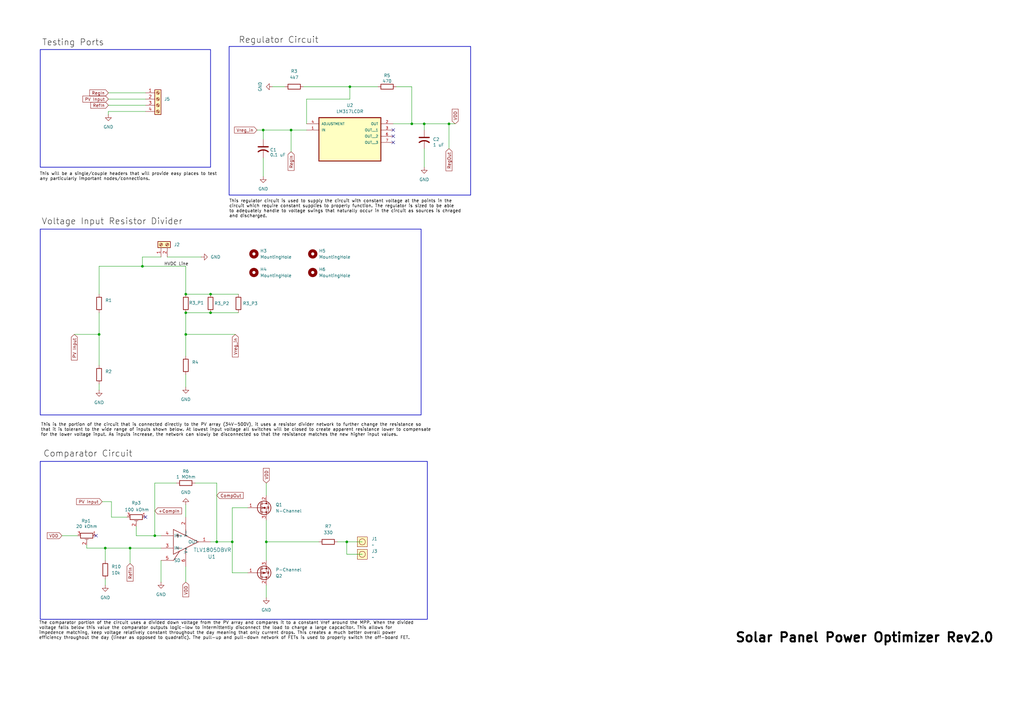
<source format=kicad_sch>
(kicad_sch (version 20250114) (generator "eeschema") (generator_version "9.0")
  (paper "A3")
  (lib_symbols
    (symbol "Connector:Screw_Terminal_01x02" (pin_names (offset 1.016) (hide yes))
      (property "Reference" "J" (at 0 2.54 0))
      (property "Value" "Screw_Terminal_01x02" (at 0 -5.08 0))
      (symbol "Screw_Terminal_01x02_1_1"
        (rectangle (start -1.27 1.27) (end 1.27 -3.81) (stroke (width 0.254)) (fill (type background)))
        (polyline (pts (xy -0.5334 0.3302) (xy 0.3302 -0.508)) (stroke (width 0.1524)))
        (polyline (pts (xy -0.5334 -2.2098) (xy 0.3302 -3.048)) (stroke (width 0.1524)))
        (polyline (pts (xy -0.3556 0.508) (xy 0.508 -0.3302)) (stroke (width 0.1524)))
        (polyline (pts (xy -0.3556 -2.032) (xy 0.508 -2.8702)) (stroke (width 0.1524)))
        (circle (center 0 0) (radius 0.635) (stroke (width 0.1524)))
        (circle (center 0 -2.54) (radius 0.635) (stroke (width 0.1524)))
        (pin passive line (at -5.08 0 0) (length 3.81) (name "Pin_1") (number "1"))
        (pin passive line (at -5.08 -2.54 0) (length 3.81) (name "Pin_2") (number "2"))
      )
    )
    (symbol "Connector:Screw_Terminal_01x04" (pin_names (offset 1.016) (hide yes))
      (property "Reference" "J" (at 0 5.08 0))
      (property "Value" "Screw_Terminal_01x04" (at 0 -7.62 0))
      (symbol "Screw_Terminal_01x04_1_1"
        (rectangle (start -1.27 3.81) (end 1.27 -6.35) (stroke (width 0.254)) (fill (type background)))
        (polyline (pts (xy -0.5334 2.8702) (xy 0.3302 2.032)) (stroke (width 0.1524)))
        (polyline (pts (xy -0.5334 0.3302) (xy 0.3302 -0.508)) (stroke (width 0.1524)))
        (polyline (pts (xy -0.5334 -2.2098) (xy 0.3302 -3.048)) (stroke (width 0.1524)))
        (polyline (pts (xy -0.5334 -4.7498) (xy 0.3302 -5.588)) (stroke (width 0.1524)))
        (polyline (pts (xy -0.3556 3.048) (xy 0.508 2.2098)) (stroke (width 0.1524)))
        (polyline (pts (xy -0.3556 0.508) (xy 0.508 -0.3302)) (stroke (width 0.1524)))
        (polyline (pts (xy -0.3556 -2.032) (xy 0.508 -2.8702)) (stroke (width 0.1524)))
        (polyline (pts (xy -0.3556 -4.572) (xy 0.508 -5.4102)) (stroke (width 0.1524)))
        (circle (center 0 2.54) (radius 0.635) (stroke (width 0.1524)))
        (circle (center 0 0) (radius 0.635) (stroke (width 0.1524)))
        (circle (center 0 -2.54) (radius 0.635) (stroke (width 0.1524)))
        (circle (center 0 -5.08) (radius 0.635) (stroke (width 0.1524)))
        (pin passive line (at -5.08 2.54 0) (length 3.81) (name "Pin_1") (number "1"))
        (pin passive line (at -5.08 0 0) (length 3.81) (name "Pin_2") (number "2"))
        (pin passive line (at -5.08 -2.54 0) (length 3.81) (name "Pin_3") (number "3"))
        (pin passive line (at -5.08 -5.08 0) (length 3.81) (name "Pin_4") (number "4"))
      )
    )
    (symbol "Device:C_US" (pin_numbers (hide yes)) (pin_names (offset 0.254) (hide yes))
      (property "Reference" "C" (at 0.635 2.54 0))
      (property "Value" "C_US" (at 0.635 -2.54 0))
      (symbol "C_US_0_1"
        (polyline (pts (xy -2.032 0.762) (xy 2.032 0.762)) (stroke (width 0.508)))
        (arc (start -2.032 -1.27) (mid 0 -0.5572) (end 2.032 -1.27) (stroke (width 0.508)))
      )
      (symbol "C_US_1_1"
        (pin passive line (at 0 3.81 270) (length 2.794) (name "~") (number "1"))
        (pin passive line (at 0 -3.81 90) (length 3.302) (name "~") (number "2"))
      )
    )
    (symbol "Device:R" (pin_numbers (hide yes)) (pin_names (offset 0))
      (property "Reference" "R" (at 2.032 0 90))
      (property "Value" "R" (at 0 0 90))
      (symbol "R_0_1"
        (rectangle (start -1.016 -2.54) (end 1.016 2.54) (stroke (width 0.254)))
      )
      (symbol "R_1_1"
        (pin passive line (at 0 3.81 270) (length 1.27) (name "~") (number "1"))
        (pin passive line (at 0 -3.81 90) (length 1.27) (name "~") (number "2"))
      )
    )
    (symbol "Device:R_Potentiometer_Trim" (pin_names (offset 1.016) (hide yes))
      (property "Reference" "RV" (at -4.445 0 90))
      (property "Value" "R_Potentiometer_Trim" (at -2.54 0 90))
      (symbol "R_Potentiometer_Trim_0_1"
        (rectangle (start 1.016 2.54) (end -1.016 -2.54) (stroke (width 0.254)))
        (polyline (pts (xy 1.524 0.762) (xy 1.524 -0.762)))
        (polyline (pts (xy 2.54 0) (xy 1.524 0)))
      )
      (symbol "R_Potentiometer_Trim_1_1"
        (pin passive line (at 0 3.81 270) (length 1.27) (name "1") (number "1"))
        (pin passive line (at 0 -3.81 90) (length 1.27) (name "3") (number "3"))
        (pin passive line (at 3.81 0 180) (length 1.27) (name "2") (number "2"))
      )
    )
    (symbol "Mechanical:MountingHole" (pin_names (offset 1.016)) (in_bom no)
      (property "Reference" "H" (at 0 5.08 0))
      (property "Value" "MountingHole" (at 0 3.175 0))
      (symbol "MountingHole_0_1"
        (circle (center 0 0) (radius 1.27) (stroke (width 1.27)))
      )
    )
    (symbol "New Comparator:TLV1805DBVR" (pin_names (offset 0.254))
      (property "Reference" "U" (at 0 2.54 0))
      (property "Value" "TLV1805DBVR" (at 0 0 0))
      (symbol "TLV1805DBVR_0_1"
        (polyline (pts (xy -5.08 5.08) (xy -5.08 -5.08)) (stroke (width 0.2032)))
        (polyline (pts (xy -5.08 5.08) (xy 5.08 0)) (stroke (width 0.2032)))
        (polyline (pts (xy -5.08 -5.08) (xy 5.08 0)) (stroke (width 0.2032)))
        (polyline (pts (xy -4.064 2.54) (xy -2.54 2.54)) (stroke (width 0.2032)))
        (polyline (pts (xy -4.064 -2.54) (xy -2.54 -2.54)) (stroke (width 0.2032)))
        (polyline (pts (xy -3.302 -1.778) (xy -3.302 -3.302)) (stroke (width 0.2032)))
        (polyline (pts (xy -2.54 3.81) (xy -5.08 7.62)) (stroke (width 0.2032)))
        (polyline (pts (xy 0 5.08) (xy 0 2.54)) (stroke (width 0.2032)))
        (polyline (pts (xy 0 -2.54) (xy 0 -5.08)) (stroke (width 0.2032)))
        (pin input line (at -10.16 7.62 0) (length 5.08) (name "SD") (number "5"))
        (pin input line (at -10.16 2.54 0) (length 5.08) (name "IN-") (number "3"))
        (pin input line (at -10.16 -2.54 0) (length 5.08) (name "IN+") (number "4"))
        (pin power_in line (at 0 10.16 270) (length 5.08) (name "V+") (number "6"))
        (pin power_in line (at 0 -10.16 90) (length 5.08) (name "V-") (number "2"))
        (pin output line (at 10.16 0 180) (length 5.08) (name "OUT") (number "1"))
      )
    )
    (symbol "RyabCustomLib:1PinConnector"
      (property "Reference" "J" (at 0 3.556 0))
      (symbol "1PinConnector_0_1"
        (rectangle (start -2.032 2.032) (end 2.032 -2.032) (fill (type color) (color 255 255 194 1)))
        (circle (center 0 0) (radius 1.27))
      )
      (symbol "1PinConnector_1_1"
        (pin input line (at 0 0 180) (length 2.54) (hide yes) (name "") (number "1"))
      )
    )
    (symbol "Transistor_FET:QM6006D" (pin_names (hide yes))
      (property "Reference" "Q" (at 5.08 1.905 0))
      (property "Value" "QM6006D" (at 5.08 0 0))
      (symbol "QM6006D_0_1"
        (polyline (pts (xy 0.254 1.905) (xy 0.254 -1.905)) (stroke (width 0.254)))
        (polyline (pts (xy 0.254 0) (xy -2.54 0)))
        (polyline (pts (xy 0.762 2.286) (xy 0.762 1.27)) (stroke (width 0.254)))
        (polyline (pts (xy 0.762 0.508) (xy 0.762 -0.508)) (stroke (width 0.254)))
        (polyline (pts (xy 0.762 -1.27) (xy 0.762 -2.286)) (stroke (width 0.254)))
        (polyline (pts (xy 0.762 -1.778) (xy 3.302 -1.778) (xy 3.302 1.778) (xy 0.762 1.778)))
        (polyline (pts (xy 1.016 0) (xy 2.032 0.381) (xy 2.032 -0.381) (xy 1.016 0)) (fill (type outline)))
        (circle (center 1.651 0) (radius 2.794) (stroke (width 0.254)))
        (polyline (pts (xy 2.54 2.54) (xy 2.54 1.778)))
        (circle (center 2.54 1.778) (radius 0.254) (fill (type outline)))
        (circle (center 2.54 -1.778) (radius 0.254) (fill (type outline)))
        (polyline (pts (xy 2.54 -2.54) (xy 2.54 0) (xy 0.762 0)))
        (polyline (pts (xy 2.794 0.508) (xy 2.921 0.381) (xy 3.683 0.381) (xy 3.81 0.254)))
        (polyline (pts (xy 3.302 0.381) (xy 2.921 -0.254) (xy 3.683 -0.254) (xy 3.302 0.381)))
      )
      (symbol "QM6006D_1_1"
        (pin input line (at -5.08 0 0) (length 2.54) (name "G") (number "1"))
        (pin passive line (at 2.54 5.08 270) (length 2.54) (name "D") (number "2"))
        (pin passive line (at 2.54 -5.08 90) (length 2.54) (name "S") (number "3"))
      )
    )
    (symbol "Transistor_FET:QM6015D" (pin_names (hide yes))
      (property "Reference" "Q" (at 5.08 1.905 0))
      (property "Value" "QM6015D" (at 5.08 0 0))
      (symbol "QM6015D_0_1"
        (polyline (pts (xy 0.254 1.905) (xy 0.254 -1.905)) (stroke (width 0.254)))
        (polyline (pts (xy 0.254 0) (xy -2.54 0)))
        (polyline (pts (xy 0.762 2.286) (xy 0.762 1.27)) (stroke (width 0.254)))
        (polyline (pts (xy 0.762 1.778) (xy 3.302 1.778) (xy 3.302 -1.778) (xy 0.762 -1.778)))
        (polyline (pts (xy 0.762 0.508) (xy 0.762 -0.508)) (stroke (width 0.254)))
        (polyline (pts (xy 0.762 -1.27) (xy 0.762 -2.286)) (stroke (width 0.254)))
        (circle (center 1.651 0) (radius 2.794) (stroke (width 0.254)))
        (polyline (pts (xy 2.286 0) (xy 1.27 0.381) (xy 1.27 -0.381) (xy 2.286 0)) (fill (type outline)))
        (polyline (pts (xy 2.54 2.54) (xy 2.54 1.778)))
        (circle (center 2.54 1.778) (radius 0.254) (fill (type outline)))
        (circle (center 2.54 -1.778) (radius 0.254) (fill (type outline)))
        (polyline (pts (xy 2.54 -2.54) (xy 2.54 0) (xy 0.762 0)))
        (polyline (pts (xy 2.794 -0.508) (xy 2.921 -0.381) (xy 3.683 -0.381) (xy 3.81 -0.254)))
        (polyline (pts (xy 3.302 -0.381) (xy 2.921 0.254) (xy 3.683 0.254) (xy 3.302 -0.381)))
      )
      (symbol "QM6015D_1_1"
        (pin passive line (at -5.08 0 0) (length 2.54) (name "G") (number "1"))
        (pin passive line (at 2.54 5.08 270) (length 2.54) (name "D") (number "2"))
        (pin passive line (at 2.54 -5.08 90) (length 2.54) (name "S") (number "3"))
      )
    )
    (symbol "Voltage Regulator (Optimizer):LM317LCDR" (pin_names (offset 1.016))
      (property "Reference" "U" (at -12.7 6.08 0))
      (property "Value" "LM317LCDR" (at -12.7 -16.7 0))
      (symbol "LM317LCDR_0_0"
        (rectangle (start -12.7 -12.7) (end 12.7 5.08) (stroke (width 0.41)) (fill (type background)))
        (pin input line (at -17.78 2.54 0) (length 5.08) (name "ADJUSTMENT") (number "4"))
        (pin input line (at -17.78 0 0) (length 5.08) (name "IN") (number "1"))
        (pin output line (at 17.78 2.54 180) (length 5.08) (name "OUT") (number "2"))
        (pin output line (at 17.78 0 180) (length 5.08) (name "OUT__1") (number "3"))
        (pin output line (at 17.78 -2.54 180) (length 5.08) (name "OUT__2") (number "6"))
        (pin output line (at 17.78 -5.08 180) (length 5.08) (name "OUT__3") (number "7"))
      )
    )
    (symbol "power:GND" (power) (pin_numbers (hide yes)) (pin_names (offset 0) (hide yes))
      (property "Value" "GND" (at 0 -3.81 0))
      (symbol "GND_0_1"
        (polyline (pts (xy 0 0) (xy 0 -1.27) (xy 1.27 -1.27) (xy 0 -2.54) (xy -1.27 -1.27) (xy 0 -1.27)))
      )
      (symbol "GND_1_1"
        (pin power_in line (at 0 0 270) (length 0) (name "~") (number "1"))
      )
    )
  )
  (rectangle (start 93.98 19.05) (end 193.04 80.01) (stroke (width 0.254)))
  (rectangle (start 16.51 20.32) (end 86.36 68.58) (stroke (width 0.254)))
  (rectangle (start 16.51 93.98) (end 172.72 170.18) (stroke (width 0.254)))
  (rectangle (start 16.51 189.23) (end 175.26 254) (stroke (width 0.254)))
  (text "The comparator portion of the circuit uses a divided down voltage from the PV array and compares it to a constant Vref around the MPP. When the divided \nvoltage falls below this value the comparator outputs logic-low to intermittently disconnect the load to charge a large capcacitor. This allows for \nimpedence matching, keep voltage relatively constant throughout the day meaning that only current drops. This creates a much better overall power \nefficiency throughout the day (linear as opposed to quadratic). The pull-up and pull-down network of FETs is used to properly switch the off-board FET. " (at 16.002 258.572 0) (effects (font (size 1.27 1.27)) (justify left)))
  (text "Voltage Input Resistor Divider" (at 45.974 90.932 0) (effects (font (size 2.54 2.54))))
  (text "This is the portion of the circuit that is connected directly to the PV array (34V-500V), it uses a resistor divider network to further change the resistance so \nthat it is tolerant to the wide range of inputs shown below. At lowest input voltage all switches will be closed to create apparent resistance lower to compensate \nfor the lower voltage input. As inputs increase, the network can slowly be disconnected so that the resistance matches the new higher input values." (at 16.764 176.276 0) (effects (font (size 1.27 1.27)) (justify left)))
  (text "Solar Panel Power Optimizer Rev2.0" (at 354.584 261.62 0) (effects (font (size 3.81 3.81) (thickness 0.762) (bold yes))))
  (text "This will be a single/couple headers that will provide easy places to test \nany particularly important nodes/connections." (at 16.256 72.39 0) (effects (font (size 1.27 1.27)) (justify left)))
  (text "Testing Ports" (at 29.972 17.526 0) (effects (font (size 2.54 2.54))))
  (text "This regulator circuit is used to supply the circuit with constant voltage at the points in the \ncircuit which require constant supplies to properly function. The regulator is sized to be able \nto adequately handle to voltage swings that naturally occur in the circuit as sources is chraged \nand discharged." (at 93.98 85.598 0) (effects (font (size 1.27 1.27)) (justify left)))
  (text "Comparator Circuit" (at 36.068 186.182 0) (effects (font (size 2.54 2.54))))
  (text "Regulator Circuit" (at 114.3 16.51 0) (effects (font (size 2.54 2.54))))
  (junction (at 76.2 137.16))
  (junction (at 168.91 50.8))
  (junction (at 95.25 222.25))
  (junction (at 109.22 222.25))
  (junction (at 43.18 224.79))
  (junction (at 173.99 50.8))
  (junction (at 142.24 222.25))
  (junction (at 88.9 222.25))
  (junction (at 184.15 50.8))
  (junction (at 76.2 128.27))
  (junction (at 63.5 219.71))
  (junction (at 143.51 35.56))
  (junction (at 107.95 53.34))
  (junction (at 53.34 224.79))
  (junction (at 86.36 120.65))
  (junction (at 76.2 120.65))
  (junction (at 86.36 128.27))
  (junction (at 40.64 137.16))
  (junction (at 119.38 53.34))
  (junction (at 58.42 109.22))
  (no_connect (at 161.29 55.88))
  (no_connect (at 161.29 58.42))
  (no_connect (at 161.29 53.34))
  (no_connect (at 39.37 219.71))
  (no_connect (at 59.69 212.09))
  (wire (pts (xy 86.36 120.65) (xy 97.79 120.65)))
  (wire (pts (xy 143.51 35.56) (xy 154.94 35.56)))
  (wire (pts (xy 125.73 50.8) (xy 125.73 40.64)))
  (wire (pts (xy 40.64 128.27) (xy 40.64 137.16)))
  (wire (pts (xy 173.99 60.96) (xy 173.99 68.58)))
  (wire (pts (xy 43.18 237.49) (xy 43.18 240.03)))
  (wire (pts (xy 76.2 120.65) (xy 76.2 109.22)))
  (wire (pts (xy 55.88 219.71) (xy 63.5 219.71)))
  (wire (pts (xy 109.22 240.03) (xy 109.22 245.11)))
  (wire (pts (xy 58.42 105.41) (xy 58.42 109.22)))
  (wire (pts (xy 109.22 222.25) (xy 130.81 222.25)))
  (wire (pts (xy 168.91 50.8) (xy 168.91 35.56)))
  (wire (pts (xy 161.29 50.8) (xy 168.91 50.8)))
  (wire (pts (xy 44.45 38.1) (xy 59.69 38.1)))
  (wire (pts (xy 66.04 105.41) (xy 58.42 105.41)))
  (wire (pts (xy 88.9 198.12) (xy 80.01 198.12)))
  (wire (pts (xy 44.45 45.72) (xy 59.69 45.72)))
  (wire (pts (xy 184.15 50.8) (xy 186.69 50.8)))
  (wire (pts (xy 76.2 153.67) (xy 76.2 158.75)))
  (wire (pts (xy 43.18 224.79) (xy 53.34 224.79)))
  (wire (pts (xy 43.18 224.79) (xy 35.56 224.79)))
  (wire (pts (xy 76.2 137.16) (xy 76.2 146.05)))
  (wire (pts (xy 43.18 229.87) (xy 43.18 224.79)))
  (wire (pts (xy 168.91 50.8) (xy 173.99 50.8)))
  (wire (pts (xy 138.43 222.25) (xy 142.24 222.25)))
  (wire (pts (xy 40.64 137.16) (xy 40.64 149.86)))
  (wire (pts (xy 58.42 109.22) (xy 76.2 109.22)))
  (wire (pts (xy 105.41 53.34) (xy 107.95 53.34)))
  (wire (pts (xy 119.38 53.34) (xy 119.38 62.23)))
  (wire (pts (xy 86.36 128.27) (xy 97.79 128.27)))
  (wire (pts (xy 95.25 222.25) (xy 95.25 234.95)))
  (wire (pts (xy 95.25 222.25) (xy 95.25 208.28)))
  (wire (pts (xy 44.45 40.64) (xy 59.69 40.64)))
  (wire (pts (xy 76.2 137.16) (xy 96.52 137.16)))
  (wire (pts (xy 111.76 35.56) (xy 116.84 35.56)))
  (wire (pts (xy 109.22 213.36) (xy 109.22 222.25)))
  (wire (pts (xy 86.36 222.25) (xy 88.9 222.25)))
  (wire (pts (xy 184.15 50.8) (xy 184.15 60.96)))
  (wire (pts (xy 119.38 53.34) (xy 125.73 53.34)))
  (wire (pts (xy 142.24 227.33) (xy 142.24 222.25)))
  (wire (pts (xy 109.22 222.25) (xy 109.22 229.87)))
  (wire (pts (xy 53.34 224.79) (xy 66.04 224.79)))
  (wire (pts (xy 125.73 40.64) (xy 143.51 40.64)))
  (wire (pts (xy 107.95 53.34) (xy 119.38 53.34)))
  (wire (pts (xy 162.56 35.56) (xy 168.91 35.56)))
  (wire (pts (xy 45.72 205.74) (xy 45.72 212.09)))
  (wire (pts (xy 30.48 137.16) (xy 40.64 137.16)))
  (wire (pts (xy 95.25 208.28) (xy 101.6 208.28)))
  (wire (pts (xy 52.07 212.09) (xy 45.72 212.09)))
  (wire (pts (xy 44.45 45.72) (xy 44.45 46.99)))
  (wire (pts (xy 88.9 222.25) (xy 95.25 222.25)))
  (wire (pts (xy 76.2 128.27) (xy 86.36 128.27)))
  (wire (pts (xy 55.88 215.9) (xy 55.88 219.71)))
  (wire (pts (xy 109.22 198.12) (xy 109.22 203.2)))
  (wire (pts (xy 143.51 35.56) (xy 124.46 35.56)))
  (wire (pts (xy 68.58 105.41) (xy 82.55 105.41)))
  (wire (pts (xy 40.64 109.22) (xy 58.42 109.22)))
  (wire (pts (xy 143.51 35.56) (xy 143.51 40.64)))
  (wire (pts (xy 173.99 53.34) (xy 173.99 50.8)))
  (wire (pts (xy 63.5 198.12) (xy 63.5 219.71)))
  (wire (pts (xy 63.5 198.12) (xy 72.39 198.12)))
  (wire (pts (xy 41.91 205.74) (xy 45.72 205.74)))
  (wire (pts (xy 142.24 222.25) (xy 148.59 222.25)))
  (wire (pts (xy 40.64 109.22) (xy 40.64 120.65)))
  (wire (pts (xy 107.95 64.77) (xy 107.95 72.39)))
  (wire (pts (xy 107.95 57.15) (xy 107.95 53.34)))
  (wire (pts (xy 53.34 224.79) (xy 53.34 231.14)))
  (wire (pts (xy 173.99 50.8) (xy 184.15 50.8)))
  (wire (pts (xy 148.59 227.33) (xy 142.24 227.33)))
  (wire (pts (xy 35.56 224.79) (xy 35.56 223.52)))
  (wire (pts (xy 66.04 229.87) (xy 66.04 238.76)))
  (wire (pts (xy 76.2 207.01) (xy 76.2 212.09)))
  (wire (pts (xy 76.2 120.65) (xy 86.36 120.65)))
  (wire (pts (xy 59.69 43.18) (xy 44.45 43.18)))
  (wire (pts (xy 76.2 232.41) (xy 76.2 238.76)))
  (wire (pts (xy 95.25 234.95) (xy 101.6 234.95)))
  (wire (pts (xy 40.64 157.48) (xy 40.64 160.02)))
  (wire (pts (xy 25.4 219.71) (xy 31.75 219.71)))
  (wire (pts (xy 76.2 128.27) (xy 76.2 137.16)))
  (wire (pts (xy 88.9 222.25) (xy 88.9 198.12)))
  (wire (pts (xy 63.5 219.71) (xy 66.04 219.71)))
  (label "HVDC Line" (at 67.31 109.22 0))
  (global_label "RefIn" (shape input) (at 53.34 231.14 270) (property "Intersheetrefs" "${INTERSHEET_REFS}" (effects (hide yes))))
  (global_label "CompOut" (shape input) (at 88.9 203.2 0) (property "Intersheetrefs" "${INTERSHEET_REFS}" (effects (hide yes))))
  (global_label "RegIn" (shape input) (at 44.45 38.1 180) (property "Intersheetrefs" "${INTERSHEET_REFS}" (effects (hide yes))))
  (global_label "RegOut" (shape input) (at 184.15 60.96 270) (property "Intersheetrefs" "${INTERSHEET_REFS}" (effects (hide yes))))
  (global_label "RefIn" (shape input) (at 44.45 43.18 180) (property "Intersheetrefs" "${INTERSHEET_REFS}" (effects (hide yes))))
  (global_label "VDD" (shape input) (at 25.4 219.71 180) (property "Intersheetrefs" "${INTERSHEET_REFS}" (effects (hide yes))))
  (global_label "VDD" (shape input) (at 186.69 50.8 90) (property "Intersheetrefs" "${INTERSHEET_REFS}" (effects (hide yes))))
  (global_label "RegIn" (shape input) (at 119.38 62.23 270) (property "Intersheetrefs" "${INTERSHEET_REFS}" (effects (hide yes))))
  (global_label "Vreg_in" (shape input) (at 96.52 137.16 270) (property "Intersheetrefs" "${INTERSHEET_REFS}" (effects (hide yes))))
  (global_label "VDD" (shape input) (at 76.2 238.76 270) (property "Intersheetrefs" "${INTERSHEET_REFS}" (effects (hide yes))))
  (global_label "VDD" (shape input) (at 109.22 198.12 90) (property "Intersheetrefs" "${INTERSHEET_REFS}" (effects (hide yes))))
  (global_label "PV Input" (shape input) (at 30.48 137.16 270) (property "Intersheetrefs" "${INTERSHEET_REFS}" (effects (hide yes))))
  (global_label "PV Input" (shape input) (at 41.91 205.74 180) (property "Intersheetrefs" "${INTERSHEET_REFS}" (effects (hide yes))))
  (global_label "+CompIn" (shape input) (at 63.5 209.55 0) (property "Intersheetrefs" "${INTERSHEET_REFS}" (effects (hide yes))))
  (global_label "Vreg_in" (shape input) (at 105.41 53.34 180) (property "Intersheetrefs" "${INTERSHEET_REFS}" (effects (hide yes))))
  (global_label "PV Input" (shape input) (at 44.45 40.64 180) (property "Intersheetrefs" "${INTERSHEET_REFS}" (effects (hide yes))))
  (symbol (lib_id "Device:R") (at 40.64 153.67 0) (unit 1)
    (property "Reference" "R2" (at 43.18 152.3999 0) (effects (justify left)))
    (property "Value" "R" (effects (hide yes)))
    (property "Footprint" "Resistor_THT:R_Axial_DIN0207_L6.3mm_D2.5mm_P10.16mm_Horizontal" (effects (hide yes)))
    (property "Description" "Resistor" (effects (hide yes)))
  )
  (symbol (lib_id "power:GND") (at 82.55 105.41 90) (unit 1)
    (property "Reference" "#PWR07" (effects (hide yes)))
    (property "Value" "GND" (at 86.36 105.4099 90) (effects (justify right)))
    (property "Description" "Power symbol creates a global label with name \"GND\" , ground" (effects (hide yes)))
  )
  (symbol (lib_id "Device:R") (at 97.79 124.46 0) (unit 1)
    (property "Reference" "R3_P3" (at 99.568 124.46 0) (effects (justify left)))
    (property "Value" "R" (effects (hide yes)))
    (property "Footprint" "Resistor_THT:R_Axial_DIN0617_L17.0mm_D6.0mm_P20.32mm_Horizontal" (effects (hide yes)))
    (property "Description" "Resistor" (effects (hide yes)))
  )
  (symbol (lib_id "Device:R") (at 120.65 35.56 90) (unit 1)
    (property "Reference" "R3" (at 120.65 29.21 90))
    (property "Value" "4k7" (at 120.65 31.75 90))
    (property "Footprint" "Resistor_SMD:R_0805_2012Metric_Pad1.20x1.40mm_HandSolder" (effects (hide yes)))
    (property "Description" "Resistor" (effects (hide yes)))
  )
  (symbol (lib_id "RyabCustomLib:1PinConnector") (at 148.59 222.25 0) (unit 1)
    (property "Reference" "J1" (at 152.4 220.9799 0) (effects (justify left)))
    (property "Value" "~" (at 152.4 223.5199 0) (effects (justify left)))
    (property "Footprint" "Connector_Pin:Pin_D0.7mm_L6.5mm_W1.8mm_FlatFork" (effects (hide yes)))
  )
  (symbol (lib_id "Transistor_FET:QM6006D") (at 106.68 208.28 0) (unit 1)
    (property "Reference" "Q1" (at 113.03 207.0099 0) (effects (justify left)))
    (property "Value" "N-Channel" (at 113.03 209.5499 0) (effects (justify left)))
    (property "Footprint" "Package_TO_SOT_SMD:SOT-23-3" (effects (hide yes)))
    (property "Datasheet" "http://www.jaolen.com/images/pdf/QM6006D.pdf" (effects (hide yes)))
    (property "Description" "35A Id, 60V Vds, N-Channel Power MOSFET, 18mOhm Ron, 19.3nC Qg (typ), TO252" (effects (hide yes)))
  )
  (symbol (lib_id "Device:R") (at 43.18 233.68 0) (unit 1)
    (property "Reference" "R10" (at 45.72 232.4099 0) (effects (justify left)))
    (property "Value" "10k" (at 45.72 234.9499 0) (effects (justify left)))
    (property "Footprint" "Resistor_SMD:R_0805_2012Metric_Pad1.20x1.40mm_HandSolder" (effects (hide yes)))
    (property "Description" "Resistor" (effects (hide yes)))
  )
  (symbol (lib_id "Mechanical:MountingHole") (at 128.27 111.76 0) (unit 1) (in_bom no)
    (property "Reference" "H6" (at 130.81 110.4899 0) (effects (justify left)))
    (property "Value" "MountingHole" (at 130.81 113.0299 0) (effects (justify left)))
    (property "Footprint" "MountingHole:MountingHole_4.3mm_M4_DIN965_Pad" (effects (hide yes)))
    (property "Description" "Mounting Hole without connection" (effects (hide yes)))
  )
  (symbol (lib_id "New Comparator:TLV1805DBVR") (at 76.2 222.25 0) (mirror x) (unit 1)
    (property "Reference" "U1" (at 86.868 228.346 0) (effects (font (size 1.524 1.524))))
    (property "Value" "TLV1805DBVR" (at 87.122 225.552 0) (effects (font (size 1.524 1.524))))
    (property "Footprint" "Package_TO_SOT_SMD:TSOT-23-6_HandSoldering" (effects (hide yes)))
    (property "Datasheet" "TLV1805DBVR" (effects (hide yes)))
  )
  (symbol (lib_id "Transistor_FET:QM6015D") (at 106.68 234.95 0) (mirror x) (unit 1)
    (property "Reference" "Q2" (at 113.03 236.2201 0) (effects (justify left)))
    (property "Value" "P-Channel" (at 113.03 233.6801 0) (effects (justify left)))
    (property "Footprint" "Package_TO_SOT_SMD:SOT-23-3" (effects (hide yes)))
    (property "Datasheet" "http://www.jaolen.com/images/pdf/QM6015D.pdf" (effects (hide yes)))
    (property "Description" "-35A Id, -60V Vds, P-Channel Power MOSFET, 25mOhm Ron, 25.0nC Qg (typ), TO252" (effects (hide yes)))
  )
  (symbol (lib_id "power:GND") (at 66.04 238.76 0) (unit 1)
    (property "Reference" "#PWR01" (effects (hide yes)))
    (property "Value" "GND" (at 66.04 243.84 0))
    (property "Description" "Power symbol creates a global label with name \"GND\" , ground" (effects (hide yes)))
  )
  (symbol (lib_id "power:GND") (at 111.76 35.56 270) (unit 1)
    (property "Reference" "#PWR014" (effects (hide yes)))
    (property "Value" "GND" (at 106.68 35.56 0))
    (property "Description" "Power symbol creates a global label with name \"GND\" , ground" (effects (hide yes)))
  )
  (symbol (lib_id "Device:R_Potentiometer_Trim") (at 55.88 212.09 270) (unit 1)
    (property "Reference" "Rp3" (at 55.88 206.248 90))
    (property "Value" "100 kOhm" (at 56.134 209.042 90))
    (property "Footprint" "Solar Potentiometer:TRIM_3362P-1-253LF" (effects (hide yes)))
    (property "Description" "Trim-potentiometer" (effects (hide yes)))
  )
  (symbol (lib_id "Voltage Regulator (Optimizer):LM317LCDR") (at 143.51 53.34 0) (unit 1)
    (property "Reference" "U2" (at 143.51 43.18 0))
    (property "Value" "LM317LCDR" (at 143.51 45.72 0))
    (property "Footprint" "Package_SO:SOIC-8_5.3x6.2mm_P1.27mm" (effects (hide yes)))
  )
  (symbol (lib_id "Device:C_US") (at 107.95 60.96 0) (unit 1)
    (property "Reference" "C1" (at 110.744 61.468 0) (effects (justify left)))
    (property "Value" "0.1 uF" (at 110.744 63.5 0) (effects (justify left)))
    (property "Footprint" "Capacitor_SMD:C_0805_2012Metric_Pad1.18x1.45mm_HandSolder" (effects (hide yes)))
    (property "Description" "capacitor, US symbol" (effects (hide yes)))
  )
  (symbol (lib_id "power:GND") (at 43.18 240.03 0) (unit 1)
    (property "Reference" "#PWR06" (effects (hide yes)))
    (property "Value" "GND" (at 43.18 245.11 0))
    (property "Description" "Power symbol creates a global label with name \"GND\" , ground" (effects (hide yes)))
  )
  (symbol (lib_id "Device:R") (at 40.64 124.46 0) (unit 1)
    (property "Reference" "R1" (at 43.18 123.1899 0) (effects (justify left)))
    (property "Value" "R" (effects (hide yes)))
    (property "Footprint" "Resistor_THT:R_Axial_DIN0207_L6.3mm_D2.5mm_P10.16mm_Horizontal" (effects (hide yes)))
    (property "Description" "Resistor" (effects (hide yes)))
  )
  (symbol (lib_id "Connector:Screw_Terminal_01x04") (at 64.77 40.64 0) (unit 1)
    (property "Reference" "J5" (at 67.31 40.6399 0) (effects (justify left)))
    (property "Value" "Screw_Terminal_01x04" (effects (hide yes)))
    (property "Footprint" "CustomLibRyanMarienthal:4Pin_Terminal_NoSilk" (effects (hide yes)))
    (property "Description" "Generic screw terminal, single row, 01x04, script generated (kicad-library-utils/schlib/autogen/connector/)" (effects (hide yes)))
  )
  (symbol (lib_id "Device:R") (at 134.62 222.25 90) (unit 1)
    (property "Reference" "R7" (at 134.62 215.9 90))
    (property "Value" "330" (at 134.62 218.44 90))
    (property "Footprint" "Resistor_SMD:R_0805_2012Metric_Pad1.20x1.40mm_HandSolder" (effects (hide yes)))
    (property "Description" "Resistor" (effects (hide yes)))
  )
  (symbol (lib_id "power:GND") (at 76.2 158.75 0) (unit 1)
    (property "Reference" "#PWR010" (effects (hide yes)))
    (property "Value" "GND" (at 76.2 163.83 0))
    (property "Description" "Power symbol creates a global label with name \"GND\" , ground" (effects (hide yes)))
  )
  (symbol (lib_id "Device:R") (at 76.2 198.12 270) (unit 1)
    (property "Reference" "R6" (at 76.2 193.294 90))
    (property "Value" "1 MOhm" (at 80.264 195.58 90) (effects (justify right)))
    (property "Footprint" "Resistor_SMD:R_0805_2012Metric_Pad1.20x1.40mm_HandSolder" (effects (hide yes)))
    (property "Description" "Resistor" (effects (hide yes)))
  )
  (symbol (lib_id "power:GND") (at 40.64 160.02 0) (unit 1)
    (property "Reference" "#PWR09" (effects (hide yes)))
    (property "Value" "GND" (at 40.64 165.1 0))
    (property "Description" "Power symbol creates a global label with name \"GND\" , ground" (effects (hide yes)))
  )
  (symbol (lib_id "Device:R_Potentiometer_Trim") (at 35.56 219.71 270) (unit 1)
    (property "Reference" "Rp1" (at 35.306 213.614 90))
    (property "Value" "20 kOhm" (at 35.56 215.9 90))
    (property "Footprint" "Solar Potentiometer:TRIM_3362P-1-253LF" (effects (hide yes)))
    (property "Description" "Trim-potentiometer" (effects (hide yes)))
  )
  (symbol (lib_id "Device:R") (at 86.36 124.46 0) (unit 1)
    (property "Reference" "R3_P2" (at 87.884 124.46 0) (effects (justify left)))
    (property "Value" "R" (effects (hide yes)))
    (property "Footprint" "Resistor_THT:R_Axial_DIN0617_L17.0mm_D6.0mm_P20.32mm_Horizontal" (effects (hide yes)))
    (property "Description" "Resistor" (effects (hide yes)))
  )
  (symbol (lib_id "power:GND") (at 44.45 46.99 0) (unit 1)
    (property "Reference" "#PWR04" (effects (hide yes)))
    (property "Value" "GND" (at 44.45 52.07 0))
    (property "Description" "Power symbol creates a global label with name \"GND\" , ground" (effects (hide yes)))
  )
  (symbol (lib_id "Mechanical:MountingHole") (at 104.14 104.14 0) (unit 1) (in_bom no)
    (property "Reference" "H3" (at 106.68 102.8699 0) (effects (justify left)))
    (property "Value" "MountingHole" (at 106.68 105.4099 0) (effects (justify left)))
    (property "Footprint" "MountingHole:MountingHole_4.3mm_M4_DIN965_Pad" (effects (hide yes)))
    (property "Description" "Mounting Hole without connection" (effects (hide yes)))
  )
  (symbol (lib_id "RyabCustomLib:1PinConnector") (at 148.59 227.33 0) (unit 1)
    (property "Reference" "J3" (at 152.4 226.0599 0) (effects (justify left)))
    (property "Value" "~" (at 152.4 228.5999 0) (effects (justify left)))
    (property "Footprint" "Connector_Pin:Pin_D0.7mm_L6.5mm_W1.8mm_FlatFork" (effects (hide yes)))
  )
  (symbol (lib_id "Device:R") (at 76.2 149.86 0) (unit 1)
    (property "Reference" "R4" (at 78.74 148.5899 0) (effects (justify left)))
    (property "Value" "R" (effects (hide yes)))
    (property "Footprint" "Resistor_THT:R_Axial_DIN0207_L6.3mm_D2.5mm_P10.16mm_Horizontal" (effects (hide yes)))
    (property "Description" "Resistor" (effects (hide yes)))
  )
  (symbol (lib_id "power:GND") (at 107.95 72.39 0) (unit 1)
    (property "Reference" "#PWR013" (effects (hide yes)))
    (property "Value" "GND" (at 107.95 77.47 0))
    (property "Description" "Power symbol creates a global label with name \"GND\" , ground" (effects (hide yes)))
  )
  (symbol (lib_id "power:GND") (at 173.99 68.58 0) (unit 1)
    (property "Reference" "#PWR015" (effects (hide yes)))
    (property "Value" "GND" (at 173.99 73.66 0))
    (property "Description" "Power symbol creates a global label with name \"GND\" , ground" (effects (hide yes)))
  )
  (symbol (lib_id "Device:R") (at 158.75 35.56 270) (unit 1)
    (property "Reference" "R5" (at 158.75 30.988 90))
    (property "Value" "470" (at 158.75 33.274 90))
    (property "Footprint" "Resistor_SMD:R_0805_2012Metric_Pad1.20x1.40mm_HandSolder" (effects (hide yes)))
    (property "Description" "Resistor" (effects (hide yes)))
  )
  (symbol (lib_id "Mechanical:MountingHole") (at 128.27 104.14 0) (unit 1) (in_bom no)
    (property "Reference" "H5" (at 130.81 102.8699 0) (effects (justify left)))
    (property "Value" "MountingHole" (at 130.81 105.4099 0) (effects (justify left)))
    (property "Footprint" "MountingHole:MountingHole_4.3mm_M4_DIN965_Pad" (effects (hide yes)))
    (property "Description" "Mounting Hole without connection" (effects (hide yes)))
  )
  (symbol (lib_id "power:GND") (at 76.2 207.01 180) (unit 1)
    (property "Reference" "#PWR02" (effects (hide yes)))
    (property "Value" "GND" (at 76.2 201.93 0))
    (property "Description" "Power symbol creates a global label with name \"GND\" , ground" (effects (hide yes)))
  )
  (symbol (lib_id "Device:C_US") (at 173.99 57.15 0) (unit 1)
    (property "Reference" "C2" (at 177.546 57.15 0) (effects (justify left)))
    (property "Value" "1 uF" (at 177.546 59.436 0) (effects (justify left)))
    (property "Footprint" "Capacitor_SMD:C_0805_2012Metric_Pad1.18x1.45mm_HandSolder" (effects (hide yes)))
    (property "Description" "capacitor, US symbol" (effects (hide yes)))
  )
  (symbol (lib_id "power:GND") (at 109.22 245.11 0) (unit 1)
    (property "Reference" "#PWR03" (effects (hide yes)))
    (property "Value" "GND" (at 109.22 250.19 0))
    (property "Description" "Power symbol creates a global label with name \"GND\" , ground" (effects (hide yes)))
  )
  (symbol (lib_id "Device:R") (at 76.2 124.46 0) (unit 1)
    (property "Reference" "R3_P1" (at 77.47 124.206 0) (effects (justify left)))
    (property "Value" "R" (effects (hide yes)))
    (property "Footprint" "Resistor_THT:R_Axial_DIN0617_L17.0mm_D6.0mm_P20.32mm_Horizontal" (effects (hide yes)))
    (property "Description" "Resistor" (effects (hide yes)))
  )
  (symbol (lib_id "Mechanical:MountingHole") (at 104.14 111.76 0) (unit 1) (in_bom no)
    (property "Reference" "H4" (at 106.68 110.4899 0) (effects (justify left)))
    (property "Value" "MountingHole" (at 106.68 113.0299 0) (effects (justify left)))
    (property "Footprint" "MountingHole:MountingHole_4.3mm_M4_DIN965_Pad" (effects (hide yes)))
    (property "Description" "Mounting Hole without connection" (effects (hide yes)))
  )
  (symbol (lib_id "Connector:Screw_Terminal_01x02") (at 66.04 100.33 90) (unit 1)
    (property "Reference" "J2" (at 71.374 100.33 90) (effects (justify right)))
    (property "Value" "Screw_Terminal_01x02" (effects (hide yes)))
    (property "Footprint" "CustomLibRyanMarienthal:TerminalBlock_gauge 10" (effects (hide yes)))
    (property "Description" "Generic screw terminal, single row, 01x02, script generated (kicad-library-utils/schlib/autogen/connector/)" (effects (hide yes)))
  )
)
</source>
